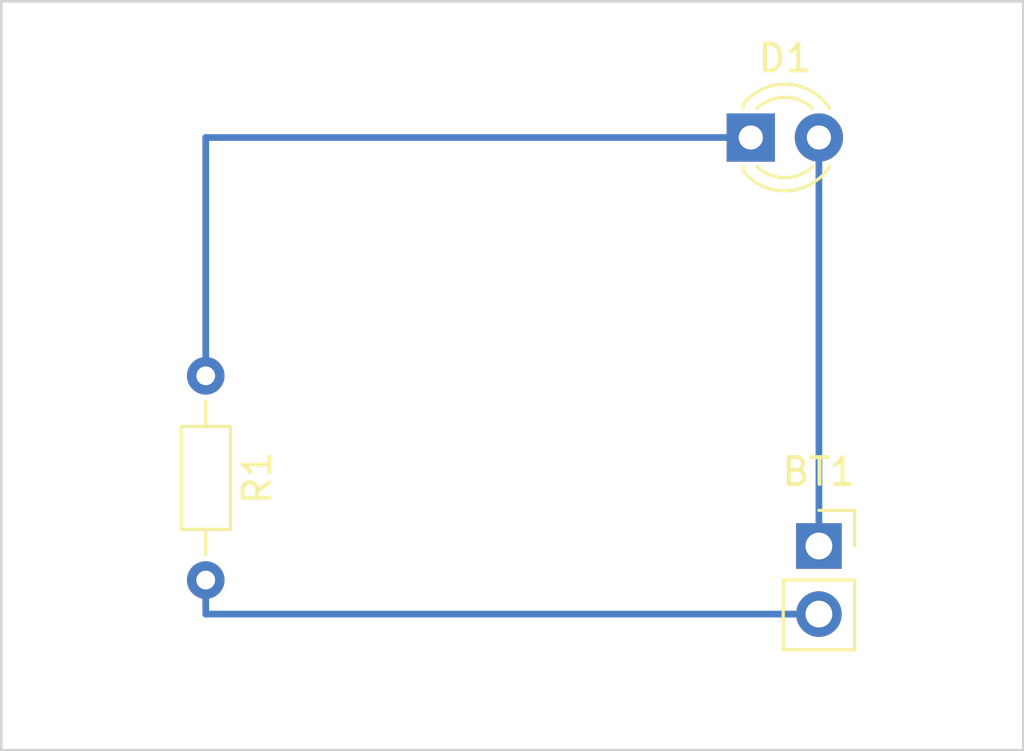
<source format=kicad_pcb>
(kicad_pcb (version 20221018) (generator pcbnew)
  (layers (0 "F.Cu" signal) (31 "B.Cu" signal) (34 "B.Paste" user) (35 "F.Paste" user) (36 "B.SilkS" user "B.Silkscreen") (37 "F.SilkS" user "F.Silkscreen") (38 "B.Mask" user) (39 "F.Mask" user) (44 "Edge.Cuts" user))
  (net 0 "")
  (net 1 "Net-(BT1-+)")
  (net 2 "Net-(BT1--)")
  (net 3 "Net-(D1-K)")
  (footprint "LED_THT:LED_D3.0mm" (layer "F.Cu") (at 134.62 71.12)
    (fp_text reference "D1" (at 1.27 -2.96) (layer "F.SilkS"))
    (fp_text value "LED")
    (fp_line (start -0.29 -1.236) (end -0.29 -1.08) (stroke (width 0.12)) (layer "F.SilkS"))
    (fp_line (start -0.29 1.08) (end -0.29 1.236) (stroke (width 0.12)) (layer "F.SilkS"))
    (fp_arc (start -0.29 -1.235516) (mid 1.366487 -1.987659) (end 2.942335 -1.078608) (stroke (width 0.12)) (layer "F.SilkS"))
    (fp_arc (start 0.229039 -1.08) (mid 1.270117 -1.5) (end 2.31113 -1.079837) (stroke (width 0.12)) (layer "F.SilkS"))
    (fp_arc (start 2.31113 1.079837) (mid 1.270117 1.5) (end 0.229039 1.08) (stroke (width 0.12)) (layer "F.SilkS"))
    (fp_arc (start 2.942335 1.078608) (mid 1.366487 1.987659) (end -0.29 1.235516) (stroke (width 0.12)) (layer "F.SilkS"))
    (pad "1" thru_hole rect (at 0 0) (size 1.8 1.8) (drill 0.9) (layers "*.Cu" "*.Mask") (net 3 "Net-(D1-K)"))
    (pad "2" thru_hole circle (at 2.54 0) (size 1.8 1.8) (drill 0.9) (layers "*.Cu" "*.Mask") (net 1 "Net-(BT1-+)"))
  )
  (footprint "Resistor_THT:R_Axial_DIN0204_L3.6mm_D1.6mm_P7.62mm_Horizontal" (layer "F.Cu") (at 114.3 80.01 -90)
    (fp_text reference "R1" (at 3.81 -1.92 90) (layer "F.SilkS"))
    (fp_text value "R")
    (fp_line (start 0.94 0) (end 1.89 0) (stroke (width 0.12)) (layer "F.SilkS"))
    (fp_line (start 1.89 -0.92) (end 1.89 0.92) (stroke (width 0.12)) (layer "F.SilkS"))
    (fp_line (start 1.89 0.92) (end 5.73 0.92) (stroke (width 0.12)) (layer "F.SilkS"))
    (fp_line (start 5.73 -0.92) (end 1.89 -0.92) (stroke (width 0.12)) (layer "F.SilkS"))
    (fp_line (start 5.73 0.92) (end 5.73 -0.92) (stroke (width 0.12)) (layer "F.SilkS"))
    (fp_line (start 6.68 0) (end 5.73 0) (stroke (width 0.12)) (layer "F.SilkS"))
    (pad "1" thru_hole circle (at 0 0 270) (size 1.4 1.4) (drill 0.7) (layers "*.Cu" "*.Mask") (net 3 "Net-(D1-K)"))
    (pad "2" thru_hole oval (at 7.62 0 270) (size 1.4 1.4) (drill 0.7) (layers "*.Cu" "*.Mask") (net 2 "Net-(BT1--)"))
  )
  (footprint "Connector_PinSocket_2.54mm:PinSocket_1x02_P2.54mm_Vertical" (layer "F.Cu") (at 137.16 86.36)
    (fp_text reference "BT1" (at 0 -2.77) (layer "F.SilkS"))
    (fp_text value "Battery_Cell")
    (fp_line (start -1.33 1.27) (end -1.33 3.87) (stroke (width 0.12)) (layer "F.SilkS"))
    (fp_line (start -1.33 1.27) (end 1.33 1.27) (stroke (width 0.12)) (layer "F.SilkS"))
    (fp_line (start -1.33 3.87) (end 1.33 3.87) (stroke (width 0.12)) (layer "F.SilkS"))
    (fp_line (start 0 -1.33) (end 1.33 -1.33) (stroke (width 0.12)) (layer "F.SilkS"))
    (fp_line (start 1.33 -1.33) (end 1.33 0) (stroke (width 0.12)) (layer "F.SilkS"))
    (fp_line (start 1.33 1.27) (end 1.33 3.87) (stroke (width 0.12)) (layer "F.SilkS"))
    (pad "1" thru_hole rect (at 0 0) (size 1.7 1.7) (drill 1) (layers "*.Cu" "*.Mask") (net 1 "Net-(BT1-+)"))
    (pad "2" thru_hole oval (at 0 2.54) (size 1.7 1.7) (drill 1) (layers "*.Cu" "*.Mask") (net 2 "Net-(BT1--)"))
  )
  (gr_rect (start 106.68 66.04) (end 144.78 93.98) (stroke (width 0.1)) (fill none) (layer "Edge.Cuts"))
  (segment (start 137.16 86.36) (end 137.16 71.12) (width 0.25) (layer "B.Cu") (net 1))
  (segment (start 114.3 88.9) (end 137.16 88.9) (width 0.25) (layer "B.Cu") (net 2))
  (segment (start 114.3 87.63) (end 114.3 88.9) (width 0.25) (layer "B.Cu") (net 2))
  (segment (start 114.3 71.12) (end 114.3 80.01) (width 0.25) (layer "B.Cu") (net 3))
  (segment (start 134.62 71.12) (end 114.3 71.12) (width 0.25) (layer "B.Cu") (net 3))
)
</source>
